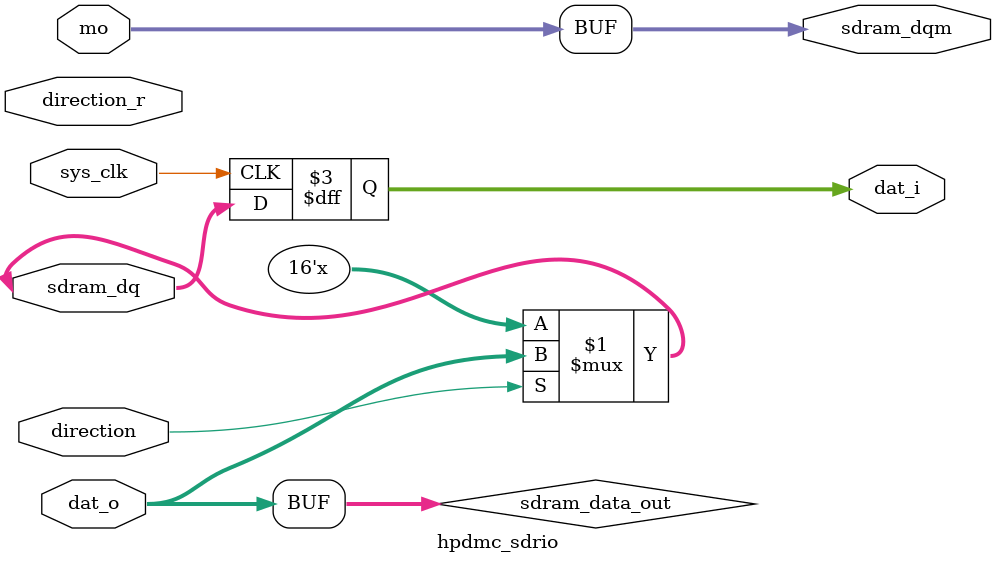
<source format=v>
module hpdmc_sdrio(
	input             sys_clk,
	input             direction,
	input             direction_r,
	input      [ 1:0] mo,
	input      [15:0] dat_o,
	output reg [15:0] dat_i,
	output     [ 1:0] sdram_dqm,
	inout      [15:0] sdram_dq
);
wire [15:0] sdram_data_out;
assign sdram_dq = direction ? sdram_data_out : 16'hzzzz;
assign sdram_dqm      = mo;
assign sdram_data_out = dat_o;
always @(posedge sys_clk) dat_i <= sdram_dq;
endmodule
</source>
